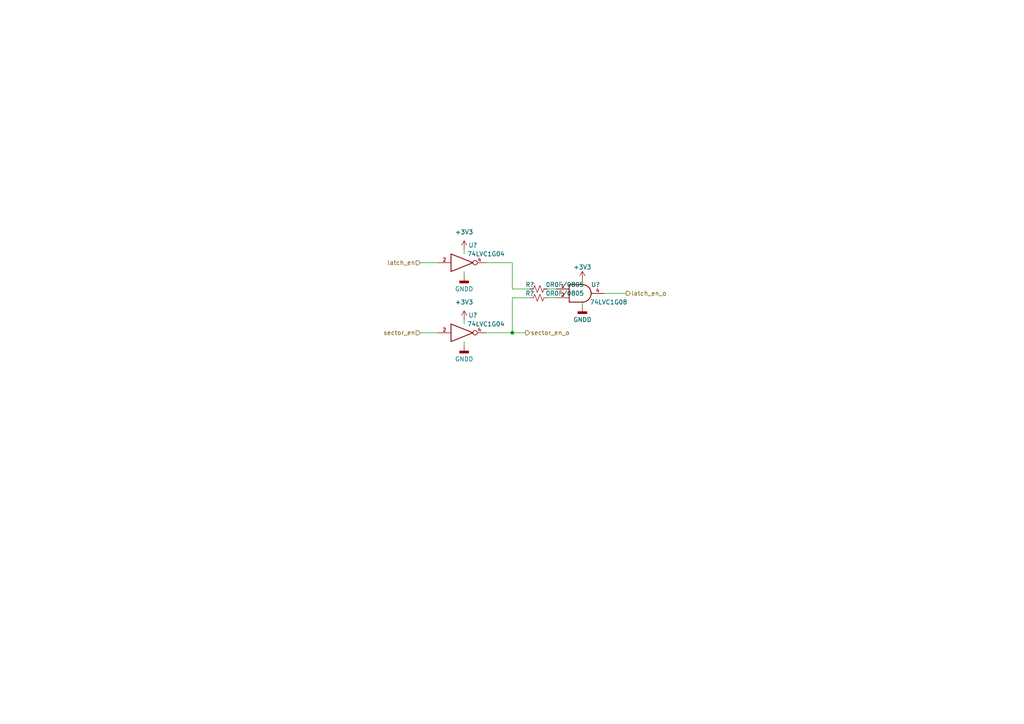
<source format=kicad_sch>
(kicad_sch (version 20211123) (generator eeschema)
  (paper "A4")
  (title_block (title "mux_control") (date "2022-08-27") (rev "rev00"))
  (lib_symbols
    (symbol "74xGxx:74LVC1G04" (pin_names (offset 1.016))
      (property "Reference" "U" (at -2.54 3.81 0))
      (property "Value" "74LVC1G04" (at 0 -3.81 0))
      (symbol "74LVC1G04_0_1"
        (polyline (pts (xy -3.81 2.54) (xy -3.81 -2.54) (xy 2.54 0) (xy -3.81 2.54)) (stroke (width 0.254)))
      )
      (symbol "74LVC1G04_1_1"
        (pin input line (at -7.62 0 0) (length 3.81) (name "~") (number "2"))
        (pin power_in line (at 0 -2.54 270) (length 0) hide (name "GND") (number "3"))
        (pin output inverted (at 6.35 0 180) (length 3.81) (name "~") (number "4"))
        (pin power_in line (at 0 2.54 90) (length 0) hide (name "VCC") (number "5"))
      )
    )
    (symbol "74xGxx:74LVC1G08" (pin_names (offset 1.016))
      (property "Reference" "U" (at -2.54 3.81 0))
      (property "Value" "74LVC1G08" (at 0 -3.81 0))
      (symbol "74LVC1G08_0_1"
        (arc (start 0 -2.54) (mid 2.54 0) (end 0 2.54) (stroke (width 0.254)))
        (polyline (pts (xy 0 -2.54) (xy -3.81 -2.54) (xy -3.81 2.54) (xy 0 2.54)) (stroke (width 0.254)))
      )
      (symbol "74LVC1G08_1_1"
        (pin input line (at -7.62 1.27 0) (length 3.81) (name "~") (number "1"))
        (pin input line (at -7.62 -1.27 0) (length 3.81) (name "~") (number "2"))
        (pin power_in line (at 0 -2.54 270) (length 0) hide (name "GND") (number "3"))
        (pin output line (at 6.35 0 180) (length 3.81) (name "~") (number "4"))
        (pin power_in line (at 0 2.54 90) (length 0) hide (name "VCC") (number "5"))
      )
    )
    (symbol "Device:R_Small_US" (pin_numbers hide) (pin_names (offset 0.254) hide)
      (property "Reference" "R" (at 0.762 0.508 0))
      (property "Value" "R_Small_US" (at 0.762 -1.016 0))
      (symbol "R_Small_US_1_1"
        (polyline (pts (xy 0 0) (xy 1.016 -0.381) (xy 0 -0.762) (xy -1.016 -1.143) (xy 0 -1.524)))
        (polyline (pts (xy 0 1.524) (xy 1.016 1.143) (xy 0 0.762) (xy -1.016 0.381) (xy 0 0)))
        (pin passive line (at 0 2.54 270) (length 1.016) (name "~") (number "1"))
        (pin passive line (at 0 -2.54 90) (length 1.016) (name "~") (number "2"))
      )
    )
    (symbol "power:+3V3" (power) (pin_names (offset 0))
      (property "Value" "+3V3" (at 0 3.556 0))
      (symbol "+3V3_0_1"
        (polyline (pts (xy -0.762 1.27) (xy 0 2.54)))
        (polyline (pts (xy 0 0) (xy 0 2.54)))
        (polyline (pts (xy 0 2.54) (xy 0.762 1.27)))
      )
      (symbol "+3V3_1_1"
        (pin power_in line (at 0 0 90) (length 0) hide (name "+3V3") (number "1"))
      )
    )
    (symbol "power:GNDD" (power) (pin_names (offset 0))
      (property "Value" "GNDD" (at 0 -3.175 0))
      (symbol "GNDD_0_1"
        (rectangle (start -1.27 -1.524) (end 1.27 -2.032) (stroke (width 0.254)) (fill (type outline)))
        (polyline (pts (xy 0 0) (xy 0 -1.524)))
      )
      (symbol "GNDD_1_1"
        (pin power_in line (at 0 0 270) (length 0) hide (name "GNDD") (number "1"))
      )
    )
  )
  (junction (at 148.59 96.52))
  (wire (pts (xy 158.75 86.36) (xy 161.29 86.36)))
  (wire (pts (xy 158.75 83.82) (xy 161.29 83.82)))
  (wire (pts (xy 153.67 86.36) (xy 148.59 86.36)))
  (wire (pts (xy 148.59 83.82) (xy 153.67 83.82)))
  (wire (pts (xy 148.59 96.52) (xy 152.4 96.52)))
  (wire (pts (xy 148.59 76.2) (xy 148.59 83.82)))
  (wire (pts (xy 175.26 85.09) (xy 181.61 85.09)))
  (wire (pts (xy 134.62 78.74) (xy 134.62 80.01)))
  (wire (pts (xy 168.91 81.28) (xy 168.91 82.55)))
  (wire (pts (xy 148.59 86.36) (xy 148.59 96.52)))
  (wire (pts (xy 134.62 72.39) (xy 134.62 73.66)))
  (wire (pts (xy 121.92 96.52) (xy 127 96.52)))
  (wire (pts (xy 134.62 99.06) (xy 134.62 100.33)))
  (wire (pts (xy 121.92 76.2) (xy 127 76.2)))
  (wire (pts (xy 134.62 92.71) (xy 134.62 93.98)))
  (wire (pts (xy 140.97 96.52) (xy 148.59 96.52)))
  (wire (pts (xy 168.91 87.63) (xy 168.91 88.9)))
  (wire (pts (xy 140.97 76.2) (xy 148.59 76.2)))
  (hierarchical_label "sector_en_o" (shape output) (at 152.4 96.52 0))
  (hierarchical_label "latch_en_o" (shape output) (at 181.61 85.09 0))
  (hierarchical_label "sector_en" (shape input) (at 121.92 96.52 180))
  (hierarchical_label "latch_en" (shape input) (at 121.92 76.2 180))
  (symbol (lib_id "power:+3V3") (at 168.91 81.28 0) (unit 1)
    (property "Reference" "#PWR?" (effects hide))
    (property "Value" "+3V3" (at 168.91 77.47 0))
  )
  (symbol (lib_id "power:+3V3") (at 134.62 72.39 0) (unit 1)
    (property "Reference" "#PWR?" (effects hide))
    (property "Value" "+3V3" (at 134.62 67.31 0))
  )
  (symbol (lib_id "74xGxx:74LVC1G08") (at 168.91 85.09 0) (unit 1)
    (property "Reference" "U?" (at 172.72 82.55 0))
    (property "Value" "74LVC1G08" (at 176.53 87.63 0))
    (property "Datasheet" "http://www.ti.com/lit/sg/scyt129e/scyt129e.pdf" (effects hide))
  )
  (symbol (lib_id "power:GNDD") (at 134.62 100.33 0) (unit 1)
    (property "Reference" "#PWR?" (effects hide))
    (property "Value" "GNDD" (at 134.62 104.14 0))
  )
  (symbol (lib_id "74xGxx:74LVC1G04") (at 134.62 96.52 0) (unit 1)
    (property "Reference" "U?" (at 137.16 91.44 0))
    (property "Value" "74LVC1G04" (at 140.97 93.98 0))
    (property "Datasheet" "http://www.ti.com/lit/sg/scyt129e/scyt129e.pdf" (effects hide))
  )
  (symbol (lib_id "74xGxx:74LVC1G04") (at 134.62 76.2 0) (unit 1)
    (property "Reference" "U?" (at 137.16 71.12 0))
    (property "Value" "74LVC1G04" (at 140.97 73.66 0))
    (property "Datasheet" "http://www.ti.com/lit/sg/scyt129e/scyt129e.pdf" (effects hide))
  )
  (symbol (lib_id "Device:R_Small_US") (at 156.21 86.36 90) (unit 1)
    (property "Reference" "R?" (at 153.67 85.09 90))
    (property "Value" "0R0F/0805" (at 163.83 85.09 90))
  )
  (symbol (lib_id "power:GNDD") (at 134.62 80.01 0) (unit 1)
    (property "Reference" "#PWR?" (effects hide))
    (property "Value" "GNDD" (at 134.62 83.82 0))
  )
  (symbol (lib_id "power:GNDD") (at 168.91 88.9 0) (unit 1)
    (property "Reference" "#PWR?" (effects hide))
    (property "Value" "GNDD" (at 168.91 92.71 0))
  )
  (symbol (lib_id "power:+3V3") (at 134.62 92.71 0) (unit 1)
    (property "Reference" "#PWR?" (effects hide))
    (property "Value" "+3V3" (at 134.62 87.63 0))
  )
  (symbol (lib_id "Device:R_Small_US") (at 156.21 83.82 90) (unit 1)
    (property "Reference" "R?" (at 153.67 82.55 90))
    (property "Value" "0R0F/0805" (at 163.83 82.55 90))
  )
)
</source>
